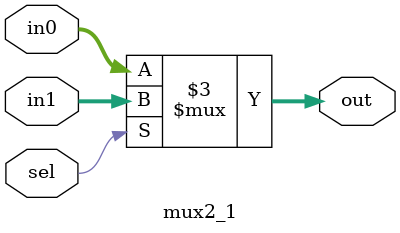
<source format=v>
module mux2_1
	
	#(parameter DEPTH = 32)
	
	(
		input 			[DEPTH-1:0]		in0,
		input				[DEPTH-1:0]		in1,
		input									sel,
		output	reg	[DEPTH-1:0]		out
	);	
	
	always @(*)
		if (sel)
			out <= in1;
		else
			out <= in0;

endmodule

</source>
